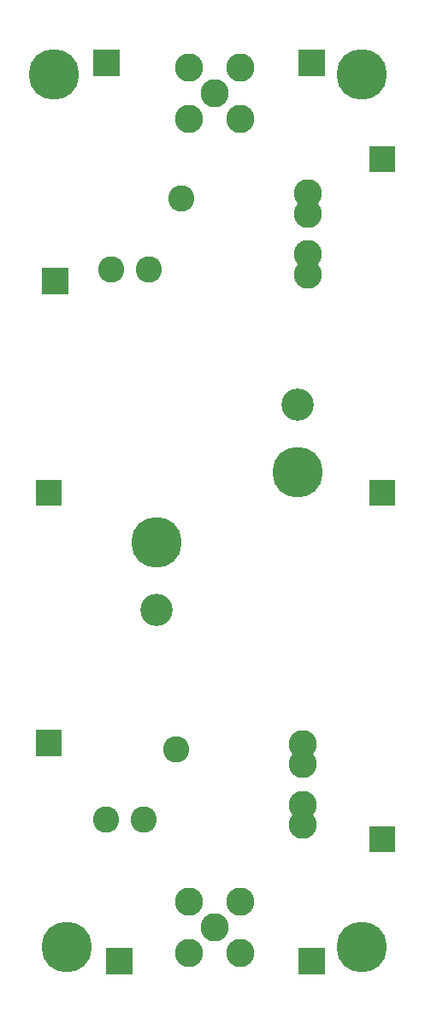
<source format=gbr>
%FSLAX34Y34*%
%MOMM*%
%LNSOLDERMASK_BOTTOM*%
G71*
G01*
%ADD10C,5.000*%
%ADD11C,3.200*%
%ADD12C,2.600*%
%ADD13C,2.800*%
%ADD14C,2.600*%
%ADD15C,2.600*%
%LPD*%
X0Y66675D02*
G54D10*
D03*
X139700Y136525D02*
G54D10*
D03*
X139700Y203200D02*
G54D11*
D03*
X0Y0D02*
G54D11*
D03*
X-45200Y337075D02*
G54D12*
D03*
X-7700Y337075D02*
G54D12*
D03*
X24800Y407075D02*
G54D12*
D03*
X149800Y412075D02*
G54D13*
D03*
X149800Y332075D02*
G54D12*
D03*
X-50200Y-207925D02*
G54D12*
D03*
X-12700Y-207925D02*
G54D12*
D03*
X19800Y-137925D02*
G54D12*
D03*
X144800Y-132925D02*
G54D12*
D03*
X144800Y-212925D02*
G54D12*
D03*
X149800Y332075D02*
G54D13*
D03*
X144800Y-132925D02*
G54D13*
D03*
X144800Y-212925D02*
G54D13*
D03*
X149800Y392075D02*
G54D13*
D03*
X149800Y352075D02*
G54D13*
D03*
X144800Y-152925D02*
G54D13*
D03*
X144800Y-192925D02*
G54D13*
D03*
X32200Y536500D02*
G54D13*
D03*
X83000Y536500D02*
G54D13*
D03*
X57600Y511100D02*
G54D13*
D03*
X83000Y485700D02*
G54D13*
D03*
X32200Y485700D02*
G54D13*
D03*
X32200Y536500D02*
G54D14*
D03*
X32200Y485700D02*
G54D15*
D03*
X32200Y-289000D02*
G54D13*
D03*
X83000Y-289000D02*
G54D13*
D03*
X57600Y-314400D02*
G54D13*
D03*
X83000Y-339800D02*
G54D13*
D03*
X32200Y-339800D02*
G54D13*
D03*
X32200Y-289000D02*
G54D14*
D03*
X32200Y-339800D02*
G54D15*
D03*
X-101600Y530225D02*
G54D10*
D03*
X203200Y530225D02*
G54D10*
D03*
X-88900Y-333375D02*
G54D10*
D03*
X203200Y-333375D02*
G54D10*
D03*
G36*
X-62700Y554225D02*
X-36700Y554225D01*
X-36700Y528225D01*
X-62700Y528225D01*
X-62700Y554225D01*
G37*
G36*
X140500Y554225D02*
X166500Y554225D01*
X166500Y528225D01*
X140500Y528225D01*
X140500Y554225D01*
G37*
G36*
X140500Y-334775D02*
X166500Y-334775D01*
X166500Y-360775D01*
X140500Y-360775D01*
X140500Y-334775D01*
G37*
G36*
X-50000Y-334775D02*
X-24000Y-334775D01*
X-24000Y-360775D01*
X-50000Y-360775D01*
X-50000Y-334775D01*
G37*
G36*
X-113500Y338325D02*
X-87500Y338325D01*
X-87500Y312325D01*
X-113500Y312325D01*
X-113500Y338325D01*
G37*
G36*
X-119850Y-118875D02*
X-93850Y-118875D01*
X-93850Y-144875D01*
X-119850Y-144875D01*
X-119850Y-118875D01*
G37*
G36*
X210350Y128775D02*
X236350Y128775D01*
X236350Y102775D01*
X210350Y102775D01*
X210350Y128775D01*
G37*
G36*
X210350Y458975D02*
X236350Y458975D01*
X236350Y432975D01*
X210350Y432975D01*
X210350Y458975D01*
G37*
G36*
X210350Y-214125D02*
X236350Y-214125D01*
X236350Y-240125D01*
X210350Y-240125D01*
X210350Y-214125D01*
G37*
G36*
X-119850Y128775D02*
X-93850Y128775D01*
X-93850Y102775D01*
X-119850Y102775D01*
X-119850Y128775D01*
G37*
M02*

</source>
